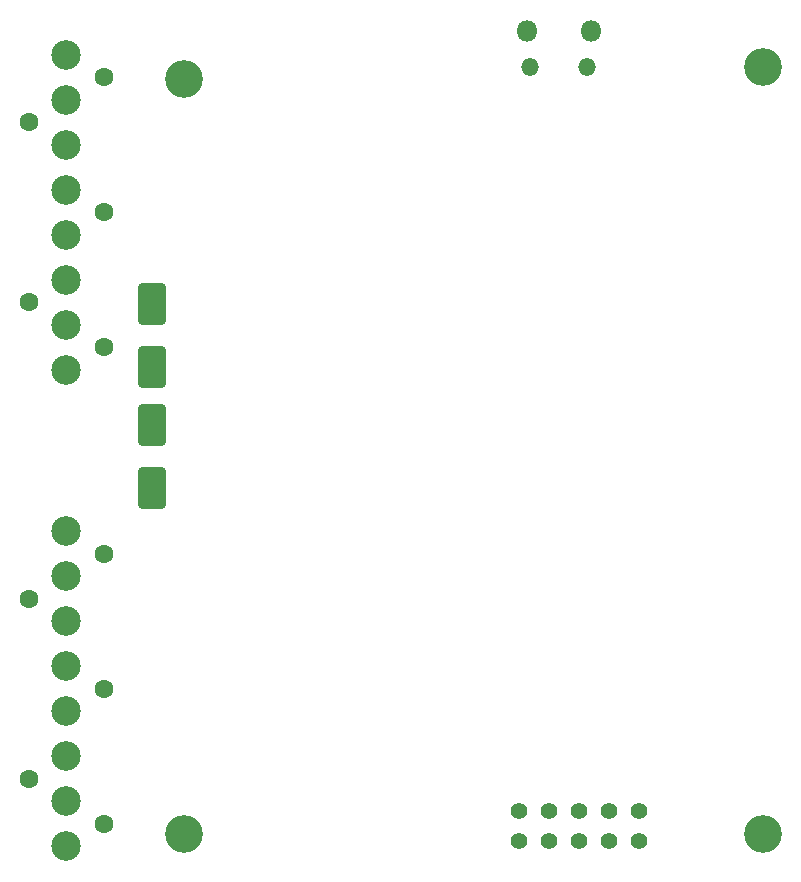
<source format=gbs>
%TF.GenerationSoftware,KiCad,Pcbnew,7.0.1-3b83917a11~172~ubuntu22.04.1*%
%TF.CreationDate,2023-03-24T23:57:15+01:00*%
%TF.ProjectId,door_if3_usb,646f6f72-5f69-4663-935f-7573622e6b69,rev?*%
%TF.SameCoordinates,Original*%
%TF.FileFunction,Soldermask,Bot*%
%TF.FilePolarity,Negative*%
%FSLAX46Y46*%
G04 Gerber Fmt 4.6, Leading zero omitted, Abs format (unit mm)*
G04 Created by KiCad (PCBNEW 7.0.1-3b83917a11~172~ubuntu22.04.1) date 2023-03-24 23:57:15*
%MOMM*%
%LPD*%
G01*
G04 APERTURE LIST*
G04 Aperture macros list*
%AMRoundRect*
0 Rectangle with rounded corners*
0 $1 Rounding radius*
0 $2 $3 $4 $5 $6 $7 $8 $9 X,Y pos of 4 corners*
0 Add a 4 corners polygon primitive as box body*
4,1,4,$2,$3,$4,$5,$6,$7,$8,$9,$2,$3,0*
0 Add four circle primitives for the rounded corners*
1,1,$1+$1,$2,$3*
1,1,$1+$1,$4,$5*
1,1,$1+$1,$6,$7*
1,1,$1+$1,$8,$9*
0 Add four rect primitives between the rounded corners*
20,1,$1+$1,$2,$3,$4,$5,0*
20,1,$1+$1,$4,$5,$6,$7,0*
20,1,$1+$1,$6,$7,$8,$9,0*
20,1,$1+$1,$8,$9,$2,$3,0*%
G04 Aperture macros list end*
%ADD10RoundRect,0.250000X-0.900000X1.500000X-0.900000X-1.500000X0.900000X-1.500000X0.900000X1.500000X0*%
%ADD11C,3.200000*%
%ADD12C,1.422400*%
%ADD13C,2.500000*%
%ADD14C,1.600000*%
%ADD15RoundRect,0.250000X0.900000X-1.500000X0.900000X1.500000X-0.900000X1.500000X-0.900000X-1.500000X0*%
%ADD16O,1.800000X1.800000*%
%ADD17O,1.500000X1.500000*%
G04 APERTURE END LIST*
D10*
%TO.C,D3*%
X121250000Y-98300000D03*
X121250000Y-103700000D03*
%TD*%
D11*
%TO.C,H4*%
X173000000Y-133000000D03*
%TD*%
D12*
%TO.C,J2*%
X162540000Y-131000000D03*
X162540000Y-133540000D03*
X160000000Y-131000000D03*
X160000000Y-133540000D03*
X157460000Y-131000000D03*
X157460000Y-133540000D03*
X154920000Y-131000000D03*
X154920000Y-133540000D03*
X152380000Y-131000000D03*
X152380000Y-133540000D03*
%TD*%
D11*
%TO.C,H1*%
X124000000Y-69000000D03*
%TD*%
D13*
%TO.C,J3*%
X114000000Y-67000000D03*
X114000000Y-70810000D03*
X114000000Y-74620000D03*
X114000000Y-78430000D03*
X114000000Y-82240000D03*
X114000000Y-86050000D03*
X114000000Y-89860000D03*
X114000000Y-93670000D03*
D14*
X110825000Y-72715000D03*
X110825000Y-87955000D03*
X117175000Y-68905000D03*
X117175000Y-80335000D03*
X117175000Y-91765000D03*
%TD*%
D11*
%TO.C,H2*%
X124000000Y-133000000D03*
%TD*%
D13*
%TO.C,J1*%
X114000000Y-107330000D03*
X114000000Y-111140000D03*
X114000000Y-114950000D03*
X114000000Y-118760000D03*
X114000000Y-122570000D03*
X114000000Y-126380000D03*
X114000000Y-130190000D03*
X114000000Y-134000000D03*
D14*
X110825000Y-113045000D03*
X110825000Y-128285000D03*
X117175000Y-109235000D03*
X117175000Y-120665000D03*
X117175000Y-132095000D03*
%TD*%
D11*
%TO.C,H3*%
X173000000Y-68000000D03*
%TD*%
D15*
%TO.C,D5*%
X121250000Y-93450000D03*
X121250000Y-88050000D03*
%TD*%
D16*
%TO.C,U1*%
X158450000Y-65000000D03*
D17*
X158150000Y-68030000D03*
X153300000Y-68030000D03*
D16*
X153000000Y-65000000D03*
%TD*%
M02*

</source>
